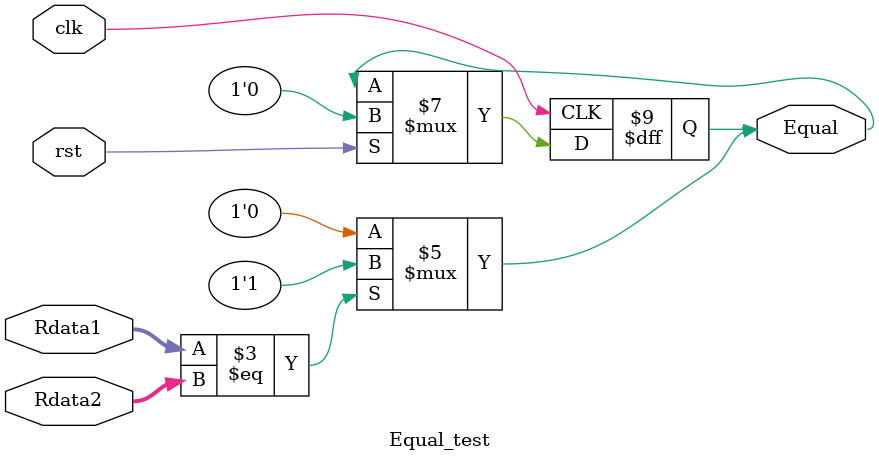
<source format=v>
module Equal_test(
	clk, rst,
	Rdata1, Rdata2, 
	
	Equal);
	
input clk, rst;
input [31:0] Rdata1, Rdata2;

output reg Equal;

always @ (posedge clk) begin
	if(rst) Equal <= 0;
end

always @(*) begin
	if(Rdata1 ==  Rdata2)
		Equal <= 1;
	else
		Equal <= 0;
end

endmodule


</source>
